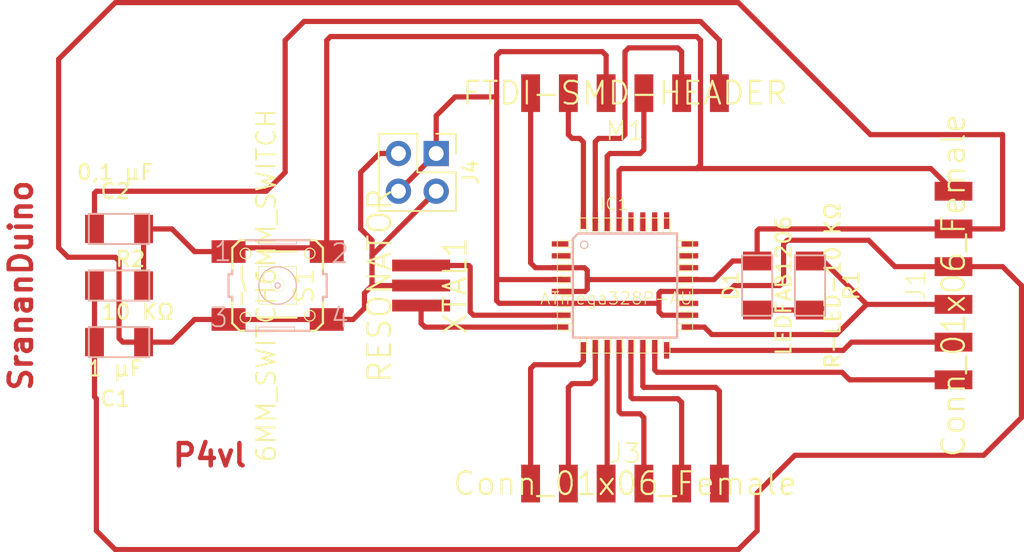
<source format=kicad_pcb>
(kicad_pcb (version 20171130) (host pcbnew "(5.0.2)-1")

  (general
    (thickness 1.6)
    (drawings 2)
    (tracks 191)
    (zones 0)
    (modules 12)
    (nets 30)
  )

  (page A4)
  (layers
    (0 F.Cu signal)
    (31 B.Cu signal)
    (32 B.Adhes user)
    (33 F.Adhes user)
    (34 B.Paste user)
    (35 F.Paste user)
    (36 B.SilkS user)
    (37 F.SilkS user)
    (38 B.Mask user)
    (39 F.Mask user)
    (40 Dwgs.User user)
    (41 Cmts.User user)
    (42 Eco1.User user)
    (43 Eco2.User user)
    (44 Edge.Cuts user)
    (45 Margin user)
    (46 B.CrtYd user)
    (47 F.CrtYd user)
    (48 B.Fab user)
    (49 F.Fab user)
  )

  (setup
    (last_trace_width 0.35)
    (trace_clearance 0.25)
    (zone_clearance 0.508)
    (zone_45_only no)
    (trace_min 0.2)
    (segment_width 0.2)
    (edge_width 0.05)
    (via_size 0.8)
    (via_drill 0.4)
    (via_min_size 0.4)
    (via_min_drill 0.3)
    (uvia_size 0.3)
    (uvia_drill 0.1)
    (uvias_allowed no)
    (uvia_min_size 0.2)
    (uvia_min_drill 0.1)
    (pcb_text_width 0.3)
    (pcb_text_size 1.5 1.5)
    (mod_edge_width 0.12)
    (mod_text_size 1 1)
    (mod_text_width 0.15)
    (pad_size 1.524 1.524)
    (pad_drill 0.762)
    (pad_to_mask_clearance 0.051)
    (solder_mask_min_width 0.25)
    (aux_axis_origin 114.3 133.35)
    (visible_elements 7FFFFFFF)
    (pcbplotparams
      (layerselection 0x00000_7fffffff)
      (usegerberextensions false)
      (usegerberattributes false)
      (usegerberadvancedattributes false)
      (creategerberjobfile false)
      (excludeedgelayer true)
      (linewidth 0.100000)
      (plotframeref false)
      (viasonmask false)
      (mode 1)
      (useauxorigin true)
      (hpglpennumber 1)
      (hpglpenspeed 20)
      (hpglpendiameter 15.000000)
      (psnegative false)
      (psa4output false)
      (plotreference true)
      (plotvalue true)
      (plotinvisibletext false)
      (padsonsilk false)
      (subtractmaskfromsilk false)
      (outputformat 1)
      (mirror false)
      (drillshape 0)
      (scaleselection 1)
      (outputdirectory "../Sranduino_p4lv/"))
  )

  (net 0 "")
  (net 1 "Net-(C1-Pad2)")
  (net 2 "Net-(C1-Pad1)")
  (net 3 "Net-(C2-Pad2)")
  (net 4 "Net-(C2-Pad1)")
  (net 5 "Net-(D1-Pad1)")
  (net 6 "Net-(IC1-Pad32)")
  (net 7 "Net-(IC1-Pad31)")
  (net 8 "Net-(IC1-Pad30)")
  (net 9 "Net-(IC1-Pad28)")
  (net 10 "Net-(IC1-Pad27)")
  (net 11 "Net-(IC1-Pad26)")
  (net 12 "Net-(IC1-Pad25)")
  (net 13 "Net-(IC1-Pad24)")
  (net 14 "Net-(IC1-Pad23)")
  (net 15 "Net-(IC1-Pad22)")
  (net 16 "Net-(IC1-Pad19)")
  (net 17 "Net-(IC1-Pad17)")
  (net 18 "Net-(IC1-Pad16)")
  (net 19 "Net-(IC1-Pad15)")
  (net 20 "Net-(IC1-Pad14)")
  (net 21 "Net-(IC1-Pad13)")
  (net 22 "Net-(IC1-Pad12)")
  (net 23 "Net-(IC1-Pad11)")
  (net 24 "Net-(IC1-Pad10)")
  (net 25 "Net-(IC1-Pad9)")
  (net 26 "Net-(IC1-Pad8)")
  (net 27 "Net-(IC1-Pad7)")
  (net 28 "Net-(IC1-Pad2)")
  (net 29 "Net-(IC1-Pad1)")

  (net_class Default "This is the default net class."
    (clearance 0.25)
    (trace_width 0.35)
    (via_dia 0.8)
    (via_drill 0.4)
    (uvia_dia 0.3)
    (uvia_drill 0.1)
    (add_net "Net-(C1-Pad1)")
    (add_net "Net-(C1-Pad2)")
    (add_net "Net-(C2-Pad1)")
    (add_net "Net-(C2-Pad2)")
    (add_net "Net-(D1-Pad1)")
    (add_net "Net-(IC1-Pad1)")
    (add_net "Net-(IC1-Pad10)")
    (add_net "Net-(IC1-Pad11)")
    (add_net "Net-(IC1-Pad12)")
    (add_net "Net-(IC1-Pad13)")
    (add_net "Net-(IC1-Pad14)")
    (add_net "Net-(IC1-Pad15)")
    (add_net "Net-(IC1-Pad16)")
    (add_net "Net-(IC1-Pad17)")
    (add_net "Net-(IC1-Pad19)")
    (add_net "Net-(IC1-Pad2)")
    (add_net "Net-(IC1-Pad22)")
    (add_net "Net-(IC1-Pad23)")
    (add_net "Net-(IC1-Pad24)")
    (add_net "Net-(IC1-Pad25)")
    (add_net "Net-(IC1-Pad26)")
    (add_net "Net-(IC1-Pad27)")
    (add_net "Net-(IC1-Pad28)")
    (add_net "Net-(IC1-Pad30)")
    (add_net "Net-(IC1-Pad31)")
    (add_net "Net-(IC1-Pad32)")
    (add_net "Net-(IC1-Pad7)")
    (add_net "Net-(IC1-Pad8)")
    (add_net "Net-(IC1-Pad9)")
  )

  (module Connector_PinHeader_2.54mm:PinHeader_2x02_P2.54mm_Vertical (layer F.Cu) (tedit 59FED5CC) (tstamp 5CE79572)
    (at 146.05 102.87 270)
    (descr "Through hole straight pin header, 2x02, 2.54mm pitch, double rows")
    (tags "Through hole pin header THT 2x02 2.54mm double row")
    (path /5CDB2C1C)
    (fp_text reference J4 (at 1.27 -2.33 270) (layer F.SilkS)
      (effects (font (size 1 1) (thickness 0.15)))
    )
    (fp_text value Connector_Conn_01x02_Male (at 1.27 4.87 270) (layer F.Fab)
      (effects (font (size 1 1) (thickness 0.15)))
    )
    (fp_line (start 0 -1.27) (end 3.81 -1.27) (layer F.Fab) (width 0.1))
    (fp_line (start 3.81 -1.27) (end 3.81 3.81) (layer F.Fab) (width 0.1))
    (fp_line (start 3.81 3.81) (end -1.27 3.81) (layer F.Fab) (width 0.1))
    (fp_line (start -1.27 3.81) (end -1.27 0) (layer F.Fab) (width 0.1))
    (fp_line (start -1.27 0) (end 0 -1.27) (layer F.Fab) (width 0.1))
    (fp_line (start -1.33 3.87) (end 3.87 3.87) (layer F.SilkS) (width 0.12))
    (fp_line (start -1.33 1.27) (end -1.33 3.87) (layer F.SilkS) (width 0.12))
    (fp_line (start 3.87 -1.33) (end 3.87 3.87) (layer F.SilkS) (width 0.12))
    (fp_line (start -1.33 1.27) (end 1.27 1.27) (layer F.SilkS) (width 0.12))
    (fp_line (start 1.27 1.27) (end 1.27 -1.33) (layer F.SilkS) (width 0.12))
    (fp_line (start 1.27 -1.33) (end 3.87 -1.33) (layer F.SilkS) (width 0.12))
    (fp_line (start -1.33 0) (end -1.33 -1.33) (layer F.SilkS) (width 0.12))
    (fp_line (start -1.33 -1.33) (end 0 -1.33) (layer F.SilkS) (width 0.12))
    (fp_line (start -1.8 -1.8) (end -1.8 4.35) (layer F.CrtYd) (width 0.05))
    (fp_line (start -1.8 4.35) (end 4.35 4.35) (layer F.CrtYd) (width 0.05))
    (fp_line (start 4.35 4.35) (end 4.35 -1.8) (layer F.CrtYd) (width 0.05))
    (fp_line (start 4.35 -1.8) (end -1.8 -1.8) (layer F.CrtYd) (width 0.05))
    (fp_text user %R (at 1.27 1.27 180) (layer F.Fab)
      (effects (font (size 1 1) (thickness 0.15)))
    )
    (pad 1 thru_hole rect (at 0 0 270) (size 1.7 1.7) (drill 1) (layers *.Cu *.Mask)
      (net 2 "Net-(C1-Pad1)"))
    (pad 2 thru_hole oval (at 2.54 0 270) (size 1.7 1.7) (drill 1) (layers *.Cu *.Mask)
      (net 1 "Net-(C1-Pad2)"))
    (pad 3 thru_hole oval (at 0 2.54 270) (size 1.7 1.7) (drill 1) (layers *.Cu *.Mask)
      (net 1 "Net-(C1-Pad2)"))
    (pad 4 thru_hole oval (at 2.54 2.54 270) (size 1.7 1.7) (drill 1) (layers *.Cu *.Mask)
      (net 2 "Net-(C1-Pad1)"))
    (model ${KISYS3DMOD}/Connector_PinHeader_2.54mm.3dshapes/PinHeader_2x02_P2.54mm_Vertical.wrl
      (at (xyz 0 0 0))
      (scale (xyz 1 1 1))
      (rotate (xyz 0 0 0))
    )
  )

  (module fab:fab-1X06SMD (layer F.Cu) (tedit 200000) (tstamp 5CD4ECC8)
    (at 180.848 111.76)
    (path /5CEF090C)
    (attr smd)
    (fp_text reference J1 (at -2.54 0 90) (layer F.SilkS)
      (effects (font (size 1.27 1.27) (thickness 0.1016)))
    )
    (fp_text value Conn_01x06_Female (at 0 0 90) (layer F.SilkS)
      (effects (font (size 1.524 1.524) (thickness 0.15)))
    )
    (pad 6 smd rect (at 0 6.35) (size 2.54 1.27) (layers F.Cu F.Paste F.Mask)
      (net 19 "Net-(IC1-Pad15)"))
    (pad 5 smd rect (at 0 3.81) (size 2.54 1.27) (layers F.Cu F.Paste F.Mask)
      (net 18 "Net-(IC1-Pad16)"))
    (pad 4 smd rect (at 0 1.27) (size 2.54 1.27) (layers F.Cu F.Paste F.Mask)
      (net 17 "Net-(IC1-Pad17)"))
    (pad 3 smd rect (at 0 -1.27) (size 2.54 1.27) (layers F.Cu F.Paste F.Mask)
      (net 2 "Net-(C1-Pad1)"))
    (pad 2 smd rect (at 0 -3.81) (size 2.54 1.27) (layers F.Cu F.Paste F.Mask)
      (net 1 "Net-(C1-Pad2)"))
    (pad 1 smd rect (at 0 -6.35) (size 2.54 1.27) (layers F.Cu F.Paste F.Mask)
      (net 4 "Net-(C2-Pad1)"))
    (model ${KISYS3DMOD}/Connector_PinHeader_2.54mm.3dshapes/PinHeader_1x06_P2.54mm_Vertical.wrl
      (offset (xyz 0 6.25 2.5))
      (scale (xyz 1 1 1))
      (rotate (xyz 0 0 0))
    )
  )

  (module fab:fab-6MM_SWITCH (layer F.Cu) (tedit 200000) (tstamp 5CD4A936)
    (at 135.382 111.76)
    (descr "OMRON SWITCH")
    (tags "OMRON SWITCH")
    (path /5CD492BB)
    (attr smd)
    (fp_text reference S1 (at 1.778 0 90) (layer F.SilkS)
      (effects (font (size 1.27 1.27) (thickness 0.127)))
    )
    (fp_text value 6MM_SWITCH6MM_SWITCH (at -0.762 0 90) (layer F.SilkS)
      (effects (font (size 1.27 1.27) (thickness 0.127)))
    )
    (fp_text user 4 (at 4.191 2.159) (layer B.SilkS)
      (effects (font (size 1.27 1.27) (thickness 0.127)))
    )
    (fp_text user 3 (at -3.937 2.159) (layer B.SilkS)
      (effects (font (size 1.27 1.27) (thickness 0.127)))
    )
    (fp_text user 2 (at 4.191 -2.159) (layer B.SilkS)
      (effects (font (size 1.27 1.27) (thickness 0.127)))
    )
    (fp_text user 1 (at -3.683 -2.286) (layer B.SilkS)
      (effects (font (size 1.27 1.27) (thickness 0.127)))
    )
    (fp_circle (center 0 0) (end -0.127 0.127) (layer B.SilkS) (width 0.0762))
    (fp_circle (center 0 0) (end -0.3175 0.3175) (layer F.SilkS) (width 0.0254))
    (fp_circle (center -2.159 -2.159) (end -2.413 -2.413) (layer F.SilkS) (width 0.0762))
    (fp_circle (center 2.159 -2.159) (end 2.413 -2.413) (layer F.SilkS) (width 0.0762))
    (fp_circle (center 2.159 2.032) (end 2.413 2.286) (layer F.SilkS) (width 0.0762))
    (fp_circle (center -2.159 2.159) (end -2.413 2.413) (layer F.SilkS) (width 0.0762))
    (fp_circle (center 0 0) (end -0.889 0.889) (layer B.SilkS) (width 0.0762))
    (fp_line (start -2.413 -0.508) (end -2.159 0.381) (layer F.SilkS) (width 0.1524))
    (fp_line (start -2.413 0.508) (end -2.413 1.27) (layer F.SilkS) (width 0.1524))
    (fp_line (start -2.413 -1.27) (end -2.413 -0.508) (layer F.SilkS) (width 0.1524))
    (fp_line (start 1.27 -2.286) (end -1.27 -2.286) (layer F.SilkS) (width 0.1524))
    (fp_line (start -1.27 2.159) (end 1.27 2.159) (layer F.SilkS) (width 0.1524))
    (fp_line (start -3.048 -0.762) (end -3.048 -1.016) (layer B.SilkS) (width 0.1524))
    (fp_line (start -3.048 0.762) (end -3.048 1.016) (layer B.SilkS) (width 0.1524))
    (fp_line (start 3.048 -0.762) (end 3.048 -1.016) (layer B.SilkS) (width 0.1524))
    (fp_line (start 3.048 0.762) (end 3.048 1.016) (layer B.SilkS) (width 0.1524))
    (fp_line (start 1.143 3.048) (end 2.159 3.048) (layer B.SilkS) (width 0.1524))
    (fp_line (start -1.27 3.048) (end 1.143 3.048) (layer B.SilkS) (width 0.1524))
    (fp_line (start -1.27 -3.048) (end -2.159 -3.048) (layer B.SilkS) (width 0.1524))
    (fp_line (start 1.27 -3.048) (end -1.27 -3.048) (layer B.SilkS) (width 0.1524))
    (fp_line (start 2.159 -3.048) (end 1.27 -3.048) (layer B.SilkS) (width 0.1524))
    (fp_line (start 2.54 -3.048) (end 2.159 -3.048) (layer F.SilkS) (width 0.1524))
    (fp_line (start -2.54 -3.048) (end -2.159 -3.048) (layer F.SilkS) (width 0.1524))
    (fp_line (start -2.159 3.048) (end -1.27 3.048) (layer B.SilkS) (width 0.1524))
    (fp_line (start -2.54 3.048) (end -2.159 3.048) (layer F.SilkS) (width 0.1524))
    (fp_line (start 2.54 3.048) (end 2.159 3.048) (layer F.SilkS) (width 0.1524))
    (fp_line (start -1.27 2.794) (end -1.27 3.048) (layer B.SilkS) (width 0.0508))
    (fp_line (start 1.143 2.794) (end 1.143 3.048) (layer B.SilkS) (width 0.0508))
    (fp_line (start 1.143 2.794) (end -1.27 2.794) (layer B.SilkS) (width 0.0508))
    (fp_line (start 1.27 -2.794) (end 1.27 -3.048) (layer B.SilkS) (width 0.0508))
    (fp_line (start 1.27 -2.794) (end -1.27 -2.794) (layer B.SilkS) (width 0.0508))
    (fp_line (start -1.27 -3.048) (end -1.27 -2.794) (layer B.SilkS) (width 0.0508))
    (fp_line (start -1.27 -1.27) (end 1.27 -1.27) (layer F.SilkS) (width 0.0508))
    (fp_line (start 1.27 1.27) (end 1.27 -1.27) (layer F.SilkS) (width 0.0508))
    (fp_line (start 1.27 1.27) (end -1.27 1.27) (layer F.SilkS) (width 0.0508))
    (fp_line (start -1.27 -1.27) (end -1.27 1.27) (layer F.SilkS) (width 0.0508))
    (fp_line (start -3.048 2.54) (end -3.048 1.016) (layer F.SilkS) (width 0.1524))
    (fp_line (start -2.54 3.048) (end -3.048 2.54) (layer F.SilkS) (width 0.1524))
    (fp_line (start -3.048 -2.54) (end -3.048 -1.016) (layer F.SilkS) (width 0.1524))
    (fp_line (start -2.54 -3.048) (end -3.048 -2.54) (layer F.SilkS) (width 0.1524))
    (fp_line (start 3.048 2.54) (end 3.048 1.016) (layer F.SilkS) (width 0.1524))
    (fp_line (start 2.54 3.048) (end 3.048 2.54) (layer F.SilkS) (width 0.1524))
    (fp_line (start 3.048 -2.54) (end 2.54 -3.048) (layer F.SilkS) (width 0.1524))
    (fp_line (start -3.048 0.762) (end -3.302 0.762) (layer B.SilkS) (width 0.1524))
    (fp_line (start -3.302 -0.762) (end -3.302 0.762) (layer B.SilkS) (width 0.1524))
    (fp_line (start -3.302 -0.762) (end -3.048 -0.762) (layer B.SilkS) (width 0.1524))
    (fp_line (start 3.048 -1.016) (end 3.048 -2.54) (layer F.SilkS) (width 0.1524))
    (fp_line (start 3.048 -0.762) (end 3.302 -0.762) (layer B.SilkS) (width 0.1524))
    (fp_line (start 3.302 0.762) (end 3.302 -0.762) (layer B.SilkS) (width 0.1524))
    (fp_line (start 3.302 0.762) (end 3.048 0.762) (layer B.SilkS) (width 0.1524))
    (pad 4 smd rect (at 3.302 2.286) (size 2.286 1.524) (layers F.Cu F.Paste F.Mask)
      (net 1 "Net-(C1-Pad2)"))
    (pad 3 smd rect (at -3.302 2.286) (size 2.286 1.524) (layers F.Cu F.Paste F.Mask)
      (net 1 "Net-(C1-Pad2)"))
    (pad 2 smd rect (at 3.302 -2.286) (size 2.286 1.524) (layers F.Cu F.Paste F.Mask)
      (net 4 "Net-(C2-Pad1)"))
    (pad 1 smd rect (at -3.302 -2.286) (size 2.286 1.524) (layers F.Cu F.Paste F.Mask)
      (net 4 "Net-(C2-Pad1)"))
    (model ${KISYS3DMOD}/Button_Switch_SMD.3dshapes/SW_SPST_PTS645.step
      (at (xyz 0 0 0))
      (scale (xyz 1 1 1))
      (rotate (xyz 0 0 0))
    )
  )

  (module fab:fab-1X06SMD (layer F.Cu) (tedit 200000) (tstamp 5CD501AC)
    (at 158.75 125.095 90)
    (path /5CEAF445)
    (attr smd)
    (fp_text reference J3 (at 2.032 0) (layer F.SilkS)
      (effects (font (size 1.27 1.27) (thickness 0.1016)))
    )
    (fp_text value Conn_01x06_Female (at 0 0 180) (layer F.SilkS)
      (effects (font (size 1.524 1.524) (thickness 0.15)))
    )
    (pad 6 smd rect (at 0 6.35 90) (size 2.54 1.27) (layers F.Cu F.Paste F.Mask)
      (net 20 "Net-(IC1-Pad14)"))
    (pad 5 smd rect (at 0 3.81 90) (size 2.54 1.27) (layers F.Cu F.Paste F.Mask)
      (net 21 "Net-(IC1-Pad13)"))
    (pad 4 smd rect (at 0 1.27 90) (size 2.54 1.27) (layers F.Cu F.Paste F.Mask)
      (net 22 "Net-(IC1-Pad12)"))
    (pad 3 smd rect (at 0 -1.27 90) (size 2.54 1.27) (layers F.Cu F.Paste F.Mask)
      (net 23 "Net-(IC1-Pad11)"))
    (pad 2 smd rect (at 0 -3.81 90) (size 2.54 1.27) (layers F.Cu F.Paste F.Mask)
      (net 24 "Net-(IC1-Pad10)"))
    (pad 1 smd rect (at 0 -6.35 90) (size 2.54 1.27) (layers F.Cu F.Paste F.Mask)
      (net 25 "Net-(IC1-Pad9)"))
    (model ${KISYS3DMOD}/Connector_PinHeader_2.54mm.3dshapes/PinHeader_1x06_P2.54mm_Vertical.wrl
      (offset (xyz 0 6.25 2.5))
      (scale (xyz 1 1 1))
      (rotate (xyz 0 0 0))
    )
  )

  (module fab:fab-EFOBM (layer F.Cu) (tedit 200000) (tstamp 5CD4CF6D)
    (at 145.034 111.76 90)
    (path /5CD46ED9)
    (attr smd)
    (fp_text reference XTAL1 (at 0 2.286 90) (layer F.SilkS)
      (effects (font (size 1.524 1.524) (thickness 0.15)))
    )
    (fp_text value RESONATOR (at 0 -2.794 90) (layer F.SilkS)
      (effects (font (size 1.524 1.524) (thickness 0.15)))
    )
    (pad 3 smd rect (at 1.34874 0) (size 3.8989 0.79756) (layers F.Cu F.Paste F.Mask)
      (net 27 "Net-(IC1-Pad7)"))
    (pad 2 smd rect (at 0 0) (size 3.8989 0.79756) (layers F.Cu F.Paste F.Mask)
      (net 1 "Net-(C1-Pad2)"))
    (pad 1 smd rect (at -1.34874 0 180) (size 3.8989 0.79756) (layers F.Cu F.Paste F.Mask)
      (net 26 "Net-(IC1-Pad8)"))
    (model ${KISYS3DMOD}/Crystal.3dshapes/resonator_awscr.wrl
      (at (xyz 0 0 0))
      (scale (xyz 1.3 1.3 1.3))
      (rotate (xyz 0 0 0))
    )
  )

  (module fab:fab-R1206FAB (layer F.Cu) (tedit 200000) (tstamp 5CD4CCFF)
    (at 124.714 111.76)
    (path /5CD50EB3)
    (attr smd)
    (fp_text reference R2 (at 0.762 -1.778) (layer F.SilkS)
      (effects (font (size 1.016 1.016) (thickness 0.1524)))
    )
    (fp_text value "10 KΩ" (at 1.27 1.778) (layer F.SilkS)
      (effects (font (size 1.016 1.016) (thickness 0.1524)))
    )
    (fp_line (start -2.032 1.016) (end -2.032 -1.016) (layer B.SilkS) (width 0.127))
    (fp_line (start 2.032 1.016) (end -2.032 1.016) (layer B.SilkS) (width 0.127))
    (fp_line (start 2.032 -1.016) (end 2.032 1.016) (layer B.SilkS) (width 0.127))
    (fp_line (start -2.032 -1.016) (end 2.032 -1.016) (layer B.SilkS) (width 0.127))
    (pad 2 smd rect (at 1.651 0) (size 1.27 1.905) (layers F.Cu F.Paste F.Mask)
      (net 4 "Net-(C2-Pad1)"))
    (pad 1 smd rect (at -1.651 0) (size 1.27 1.905) (layers F.Cu F.Paste F.Mask)
      (net 2 "Net-(C1-Pad1)"))
    (model ${KISYS3DMOD}/Resistor_SMD.3dshapes/R_1206_3216Metric.step
      (at (xyz 0 0 0))
      (scale (xyz 1 1 1))
      (rotate (xyz 0 0 0))
    )
  )

  (module fab:fab-R1206FAB (layer F.Cu) (tedit 200000) (tstamp 5CD4A8EE)
    (at 171.196 111.76 270)
    (path /5CD483B5)
    (attr smd)
    (fp_text reference R1 (at 0 -2.794 90) (layer F.SilkS)
      (effects (font (size 1.016 1.016) (thickness 0.1524)))
    )
    (fp_text value "R-LED-10 KΩ" (at 0 -1.524 90) (layer F.SilkS)
      (effects (font (size 1.016 1.016) (thickness 0.1524)))
    )
    (fp_line (start -2.032 1.016) (end -2.032 -1.016) (layer B.SilkS) (width 0.127))
    (fp_line (start 2.032 1.016) (end -2.032 1.016) (layer B.SilkS) (width 0.127))
    (fp_line (start 2.032 -1.016) (end 2.032 1.016) (layer B.SilkS) (width 0.127))
    (fp_line (start -2.032 -1.016) (end 2.032 -1.016) (layer B.SilkS) (width 0.127))
    (pad 2 smd rect (at 1.651 0 270) (size 1.27 1.905) (layers F.Cu F.Paste F.Mask)
      (net 5 "Net-(D1-Pad1)"))
    (pad 1 smd rect (at -1.651 0 270) (size 1.27 1.905) (layers F.Cu F.Paste F.Mask)
      (net 17 "Net-(IC1-Pad17)"))
    (model ${KISYS3DMOD}/Resistor_SMD.3dshapes/R_1206_3216Metric.step
      (at (xyz 0 0 0))
      (scale (xyz 1 1 1))
      (rotate (xyz 0 0 0))
    )
  )

  (module fab:fab-1X06SMD (layer F.Cu) (tedit 200000) (tstamp 5CD4A8E4)
    (at 158.75 98.806 90)
    (path /5CD4C50D)
    (attr smd)
    (fp_text reference M1 (at -2.54 0) (layer F.SilkS)
      (effects (font (size 1.27 1.27) (thickness 0.1016)))
    )
    (fp_text value FTDI-SMD-HEADER (at 0 0 180) (layer F.SilkS)
      (effects (font (size 1.524 1.524) (thickness 0.15)))
    )
    (pad 6 smd rect (at 0 6.35 90) (size 2.54 1.27) (layers F.Cu F.Paste F.Mask)
      (net 3 "Net-(C2-Pad2)"))
    (pad 5 smd rect (at 0 3.81 90) (size 2.54 1.27) (layers F.Cu F.Paste F.Mask)
      (net 7 "Net-(IC1-Pad31)"))
    (pad 4 smd rect (at 0 1.27 90) (size 2.54 1.27) (layers F.Cu F.Paste F.Mask)
      (net 8 "Net-(IC1-Pad30)"))
    (pad 3 smd rect (at 0 -1.27 90) (size 2.54 1.27) (layers F.Cu F.Paste F.Mask)
      (net 2 "Net-(C1-Pad1)"))
    (pad 2 smd rect (at 0 -3.81 90) (size 2.54 1.27) (layers F.Cu F.Paste F.Mask)
      (net 6 "Net-(IC1-Pad32)"))
    (pad 1 smd rect (at 0 -6.35 90) (size 2.54 1.27) (layers F.Cu F.Paste F.Mask)
      (net 1 "Net-(C1-Pad2)"))
    (model ${KISYS3DMOD}/Connector_PinHeader_2.54mm.3dshapes/PinHeader_1x06_P2.54mm_Vertical.wrl
      (offset (xyz 0 6.25 2.5))
      (scale (xyz 1 1 1))
      (rotate (xyz 0 0 0))
    )
  )

  (module fab:fab-TQFP32-08THIN (layer F.Cu) (tedit 200000) (tstamp 5CD4A8C6)
    (at 158.75 111.76)
    (path /5CD458FD)
    (attr smd)
    (fp_text reference IC1 (at -0.7366 -5.4864) (layer F.SilkS)
      (effects (font (size 0.8128 0.8128) (thickness 0.0762)))
    )
    (fp_text value ATmega328P-AU (at -0.5842 0.8636) (layer F.SilkS)
      (effects (font (size 0.8128 0.8128) (thickness 0.0762)))
    )
    (fp_circle (center -2.7432 -2.7432) (end -2.921 -2.921) (layer B.SilkS) (width 0.0762))
    (fp_line (start -3.1496 -3.50266) (end -3.50266 -3.1496) (layer B.SilkS) (width 0.1524))
    (fp_line (start -3.1496 -3.50266) (end 3.50266 -3.50266) (layer B.SilkS) (width 0.1524))
    (fp_line (start -3.50266 3.50266) (end -3.50266 -3.1496) (layer B.SilkS) (width 0.1524))
    (fp_line (start 3.50266 3.50266) (end -3.50266 3.50266) (layer B.SilkS) (width 0.1524))
    (fp_line (start 3.50266 -3.50266) (end 3.50266 3.50266) (layer B.SilkS) (width 0.1524))
    (fp_line (start -3.02768 -3.556) (end -3.02768 -4.5466) (layer F.SilkS) (width 0.06604))
    (fp_line (start -3.02768 -4.5466) (end -2.57048 -4.5466) (layer F.SilkS) (width 0.06604))
    (fp_line (start -2.57048 -3.556) (end -2.57048 -4.5466) (layer F.SilkS) (width 0.06604))
    (fp_line (start -3.02768 -3.556) (end -2.57048 -3.556) (layer F.SilkS) (width 0.06604))
    (fp_line (start -2.22758 -3.556) (end -2.22758 -4.5466) (layer F.SilkS) (width 0.06604))
    (fp_line (start -2.22758 -4.5466) (end -1.77038 -4.5466) (layer F.SilkS) (width 0.06604))
    (fp_line (start -1.77038 -3.556) (end -1.77038 -4.5466) (layer F.SilkS) (width 0.06604))
    (fp_line (start -2.22758 -3.556) (end -1.77038 -3.556) (layer F.SilkS) (width 0.06604))
    (fp_line (start -1.42748 -3.556) (end -1.42748 -4.5466) (layer F.SilkS) (width 0.06604))
    (fp_line (start -1.42748 -4.5466) (end -0.97028 -4.5466) (layer F.SilkS) (width 0.06604))
    (fp_line (start -0.97028 -3.556) (end -0.97028 -4.5466) (layer F.SilkS) (width 0.06604))
    (fp_line (start -1.42748 -3.556) (end -0.97028 -3.556) (layer F.SilkS) (width 0.06604))
    (fp_line (start -0.62738 -3.556) (end -0.62738 -4.5466) (layer F.SilkS) (width 0.06604))
    (fp_line (start -0.62738 -4.5466) (end -0.17018 -4.5466) (layer F.SilkS) (width 0.06604))
    (fp_line (start -0.17018 -3.556) (end -0.17018 -4.5466) (layer F.SilkS) (width 0.06604))
    (fp_line (start -0.62738 -3.556) (end -0.17018 -3.556) (layer F.SilkS) (width 0.06604))
    (fp_line (start 0.17018 -3.556) (end 0.17018 -4.5466) (layer F.SilkS) (width 0.06604))
    (fp_line (start 0.17018 -4.5466) (end 0.62738 -4.5466) (layer F.SilkS) (width 0.06604))
    (fp_line (start 0.62738 -3.556) (end 0.62738 -4.5466) (layer F.SilkS) (width 0.06604))
    (fp_line (start 0.17018 -3.556) (end 0.62738 -3.556) (layer F.SilkS) (width 0.06604))
    (fp_line (start 0.97028 -3.556) (end 0.97028 -4.5466) (layer F.SilkS) (width 0.06604))
    (fp_line (start 0.97028 -4.5466) (end 1.42748 -4.5466) (layer F.SilkS) (width 0.06604))
    (fp_line (start 1.42748 -3.556) (end 1.42748 -4.5466) (layer F.SilkS) (width 0.06604))
    (fp_line (start 0.97028 -3.556) (end 1.42748 -3.556) (layer F.SilkS) (width 0.06604))
    (fp_line (start 1.77038 -3.556) (end 1.77038 -4.5466) (layer F.SilkS) (width 0.06604))
    (fp_line (start 1.77038 -4.5466) (end 2.22758 -4.5466) (layer F.SilkS) (width 0.06604))
    (fp_line (start 2.22758 -3.556) (end 2.22758 -4.5466) (layer F.SilkS) (width 0.06604))
    (fp_line (start 1.77038 -3.556) (end 2.22758 -3.556) (layer F.SilkS) (width 0.06604))
    (fp_line (start 2.57048 -3.556) (end 2.57048 -4.5466) (layer F.SilkS) (width 0.06604))
    (fp_line (start 2.57048 -4.5466) (end 3.02768 -4.5466) (layer F.SilkS) (width 0.06604))
    (fp_line (start 3.02768 -3.556) (end 3.02768 -4.5466) (layer F.SilkS) (width 0.06604))
    (fp_line (start 2.57048 -3.556) (end 3.02768 -3.556) (layer F.SilkS) (width 0.06604))
    (fp_line (start 3.556 -2.57048) (end 3.556 -3.02768) (layer F.SilkS) (width 0.06604))
    (fp_line (start 3.556 -3.02768) (end 4.5466 -3.02768) (layer F.SilkS) (width 0.06604))
    (fp_line (start 4.5466 -2.57048) (end 4.5466 -3.02768) (layer F.SilkS) (width 0.06604))
    (fp_line (start 3.556 -2.57048) (end 4.5466 -2.57048) (layer F.SilkS) (width 0.06604))
    (fp_line (start 3.556 -1.77038) (end 3.556 -2.22758) (layer F.SilkS) (width 0.06604))
    (fp_line (start 3.556 -2.22758) (end 4.5466 -2.22758) (layer F.SilkS) (width 0.06604))
    (fp_line (start 4.5466 -1.77038) (end 4.5466 -2.22758) (layer F.SilkS) (width 0.06604))
    (fp_line (start 3.556 -1.77038) (end 4.5466 -1.77038) (layer F.SilkS) (width 0.06604))
    (fp_line (start 3.556 -0.97028) (end 3.556 -1.42748) (layer F.SilkS) (width 0.06604))
    (fp_line (start 3.556 -1.42748) (end 4.5466 -1.42748) (layer F.SilkS) (width 0.06604))
    (fp_line (start 4.5466 -0.97028) (end 4.5466 -1.42748) (layer F.SilkS) (width 0.06604))
    (fp_line (start 3.556 -0.97028) (end 4.5466 -0.97028) (layer F.SilkS) (width 0.06604))
    (fp_line (start 3.556 -0.17018) (end 3.556 -0.62738) (layer F.SilkS) (width 0.06604))
    (fp_line (start 3.556 -0.62738) (end 4.5466 -0.62738) (layer F.SilkS) (width 0.06604))
    (fp_line (start 4.5466 -0.17018) (end 4.5466 -0.62738) (layer F.SilkS) (width 0.06604))
    (fp_line (start 3.556 -0.17018) (end 4.5466 -0.17018) (layer F.SilkS) (width 0.06604))
    (fp_line (start 3.556 0.62738) (end 3.556 0.17018) (layer F.SilkS) (width 0.06604))
    (fp_line (start 3.556 0.17018) (end 4.5466 0.17018) (layer F.SilkS) (width 0.06604))
    (fp_line (start 4.5466 0.62738) (end 4.5466 0.17018) (layer F.SilkS) (width 0.06604))
    (fp_line (start 3.556 0.62738) (end 4.5466 0.62738) (layer F.SilkS) (width 0.06604))
    (fp_line (start 3.556 1.42748) (end 3.556 0.97028) (layer F.SilkS) (width 0.06604))
    (fp_line (start 3.556 0.97028) (end 4.5466 0.97028) (layer F.SilkS) (width 0.06604))
    (fp_line (start 4.5466 1.42748) (end 4.5466 0.97028) (layer F.SilkS) (width 0.06604))
    (fp_line (start 3.556 1.42748) (end 4.5466 1.42748) (layer F.SilkS) (width 0.06604))
    (fp_line (start 3.556 2.22758) (end 3.556 1.77038) (layer F.SilkS) (width 0.06604))
    (fp_line (start 3.556 1.77038) (end 4.5466 1.77038) (layer F.SilkS) (width 0.06604))
    (fp_line (start 4.5466 2.22758) (end 4.5466 1.77038) (layer F.SilkS) (width 0.06604))
    (fp_line (start 3.556 2.22758) (end 4.5466 2.22758) (layer F.SilkS) (width 0.06604))
    (fp_line (start 3.556 3.02768) (end 3.556 2.57048) (layer F.SilkS) (width 0.06604))
    (fp_line (start 3.556 2.57048) (end 4.5466 2.57048) (layer F.SilkS) (width 0.06604))
    (fp_line (start 4.5466 3.02768) (end 4.5466 2.57048) (layer F.SilkS) (width 0.06604))
    (fp_line (start 3.556 3.02768) (end 4.5466 3.02768) (layer F.SilkS) (width 0.06604))
    (fp_line (start 2.57048 4.5466) (end 2.57048 3.556) (layer F.SilkS) (width 0.06604))
    (fp_line (start 2.57048 3.556) (end 3.02768 3.556) (layer F.SilkS) (width 0.06604))
    (fp_line (start 3.02768 4.5466) (end 3.02768 3.556) (layer F.SilkS) (width 0.06604))
    (fp_line (start 2.57048 4.5466) (end 3.02768 4.5466) (layer F.SilkS) (width 0.06604))
    (fp_line (start 1.77038 4.5466) (end 1.77038 3.556) (layer F.SilkS) (width 0.06604))
    (fp_line (start 1.77038 3.556) (end 2.22758 3.556) (layer F.SilkS) (width 0.06604))
    (fp_line (start 2.22758 4.5466) (end 2.22758 3.556) (layer F.SilkS) (width 0.06604))
    (fp_line (start 1.77038 4.5466) (end 2.22758 4.5466) (layer F.SilkS) (width 0.06604))
    (fp_line (start 0.97028 4.5466) (end 0.97028 3.556) (layer F.SilkS) (width 0.06604))
    (fp_line (start 0.97028 3.556) (end 1.42748 3.556) (layer F.SilkS) (width 0.06604))
    (fp_line (start 1.42748 4.5466) (end 1.42748 3.556) (layer F.SilkS) (width 0.06604))
    (fp_line (start 0.97028 4.5466) (end 1.42748 4.5466) (layer F.SilkS) (width 0.06604))
    (fp_line (start 0.17018 4.5466) (end 0.17018 3.556) (layer F.SilkS) (width 0.06604))
    (fp_line (start 0.17018 3.556) (end 0.62738 3.556) (layer F.SilkS) (width 0.06604))
    (fp_line (start 0.62738 4.5466) (end 0.62738 3.556) (layer F.SilkS) (width 0.06604))
    (fp_line (start 0.17018 4.5466) (end 0.62738 4.5466) (layer F.SilkS) (width 0.06604))
    (fp_line (start -0.62738 4.5466) (end -0.62738 3.556) (layer F.SilkS) (width 0.06604))
    (fp_line (start -0.62738 3.556) (end -0.17018 3.556) (layer F.SilkS) (width 0.06604))
    (fp_line (start -0.17018 4.5466) (end -0.17018 3.556) (layer F.SilkS) (width 0.06604))
    (fp_line (start -0.62738 4.5466) (end -0.17018 4.5466) (layer F.SilkS) (width 0.06604))
    (fp_line (start -1.42748 4.5466) (end -1.42748 3.556) (layer F.SilkS) (width 0.06604))
    (fp_line (start -1.42748 3.556) (end -0.97028 3.556) (layer F.SilkS) (width 0.06604))
    (fp_line (start -0.97028 4.5466) (end -0.97028 3.556) (layer F.SilkS) (width 0.06604))
    (fp_line (start -1.42748 4.5466) (end -0.97028 4.5466) (layer F.SilkS) (width 0.06604))
    (fp_line (start -2.22758 4.5466) (end -2.22758 3.556) (layer F.SilkS) (width 0.06604))
    (fp_line (start -2.22758 3.556) (end -1.77038 3.556) (layer F.SilkS) (width 0.06604))
    (fp_line (start -1.77038 4.5466) (end -1.77038 3.556) (layer F.SilkS) (width 0.06604))
    (fp_line (start -2.22758 4.5466) (end -1.77038 4.5466) (layer F.SilkS) (width 0.06604))
    (fp_line (start -3.02768 4.5466) (end -3.02768 3.556) (layer F.SilkS) (width 0.06604))
    (fp_line (start -3.02768 3.556) (end -2.57048 3.556) (layer F.SilkS) (width 0.06604))
    (fp_line (start -2.57048 4.5466) (end -2.57048 3.556) (layer F.SilkS) (width 0.06604))
    (fp_line (start -3.02768 4.5466) (end -2.57048 4.5466) (layer F.SilkS) (width 0.06604))
    (fp_line (start -4.5466 3.02768) (end -4.5466 2.57048) (layer F.SilkS) (width 0.06604))
    (fp_line (start -4.5466 2.57048) (end -3.556 2.57048) (layer F.SilkS) (width 0.06604))
    (fp_line (start -3.556 3.02768) (end -3.556 2.57048) (layer F.SilkS) (width 0.06604))
    (fp_line (start -4.5466 3.02768) (end -3.556 3.02768) (layer F.SilkS) (width 0.06604))
    (fp_line (start -4.5466 2.22758) (end -4.5466 1.77038) (layer F.SilkS) (width 0.06604))
    (fp_line (start -4.5466 1.77038) (end -3.556 1.77038) (layer F.SilkS) (width 0.06604))
    (fp_line (start -3.556 2.22758) (end -3.556 1.77038) (layer F.SilkS) (width 0.06604))
    (fp_line (start -4.5466 2.22758) (end -3.556 2.22758) (layer F.SilkS) (width 0.06604))
    (fp_line (start -4.5466 1.42748) (end -4.5466 0.97028) (layer F.SilkS) (width 0.06604))
    (fp_line (start -4.5466 0.97028) (end -3.556 0.97028) (layer F.SilkS) (width 0.06604))
    (fp_line (start -3.556 1.42748) (end -3.556 0.97028) (layer F.SilkS) (width 0.06604))
    (fp_line (start -4.5466 1.42748) (end -3.556 1.42748) (layer F.SilkS) (width 0.06604))
    (fp_line (start -4.5466 0.62738) (end -4.5466 0.17018) (layer F.SilkS) (width 0.06604))
    (fp_line (start -4.5466 0.17018) (end -3.556 0.17018) (layer F.SilkS) (width 0.06604))
    (fp_line (start -3.556 0.62738) (end -3.556 0.17018) (layer F.SilkS) (width 0.06604))
    (fp_line (start -4.5466 0.62738) (end -3.556 0.62738) (layer F.SilkS) (width 0.06604))
    (fp_line (start -4.5466 -0.17018) (end -4.5466 -0.62738) (layer F.SilkS) (width 0.06604))
    (fp_line (start -4.5466 -0.62738) (end -3.556 -0.62738) (layer F.SilkS) (width 0.06604))
    (fp_line (start -3.556 -0.17018) (end -3.556 -0.62738) (layer F.SilkS) (width 0.06604))
    (fp_line (start -4.5466 -0.17018) (end -3.556 -0.17018) (layer F.SilkS) (width 0.06604))
    (fp_line (start -4.5466 -0.97028) (end -4.5466 -1.42748) (layer F.SilkS) (width 0.06604))
    (fp_line (start -4.5466 -1.42748) (end -3.556 -1.42748) (layer F.SilkS) (width 0.06604))
    (fp_line (start -3.556 -0.97028) (end -3.556 -1.42748) (layer F.SilkS) (width 0.06604))
    (fp_line (start -4.5466 -0.97028) (end -3.556 -0.97028) (layer F.SilkS) (width 0.06604))
    (fp_line (start -4.5466 -1.77038) (end -4.5466 -2.22758) (layer F.SilkS) (width 0.06604))
    (fp_line (start -4.5466 -2.22758) (end -3.556 -2.22758) (layer F.SilkS) (width 0.06604))
    (fp_line (start -3.556 -1.77038) (end -3.556 -2.22758) (layer F.SilkS) (width 0.06604))
    (fp_line (start -4.5466 -1.77038) (end -3.556 -1.77038) (layer F.SilkS) (width 0.06604))
    (fp_line (start -4.5466 -2.57048) (end -4.5466 -3.02768) (layer F.SilkS) (width 0.06604))
    (fp_line (start -4.5466 -3.02768) (end -3.556 -3.02768) (layer F.SilkS) (width 0.06604))
    (fp_line (start -3.556 -2.57048) (end -3.556 -3.02768) (layer F.SilkS) (width 0.06604))
    (fp_line (start -4.5466 -2.57048) (end -3.556 -2.57048) (layer F.SilkS) (width 0.06604))
    (pad 32 smd rect (at -2.79908 -4.36626) (size 0.3556 1.1176) (layers F.Cu F.Paste F.Mask)
      (net 6 "Net-(IC1-Pad32)"))
    (pad 31 smd rect (at -1.99898 -4.2926) (size 0.3556 1.27) (layers F.Cu F.Paste F.Mask)
      (net 7 "Net-(IC1-Pad31)"))
    (pad 30 smd rect (at -1.19888 -4.2926) (size 0.34798 1.27) (layers F.Cu F.Paste F.Mask)
      (net 8 "Net-(IC1-Pad30)"))
    (pad 29 smd rect (at -0.39878 -4.2926) (size 0.34798 1.27) (layers F.Cu F.Paste F.Mask)
      (net 4 "Net-(C2-Pad1)"))
    (pad 28 smd rect (at 0.39878 -4.2926) (size 0.34798 1.27) (layers F.Cu F.Paste F.Mask)
      (net 9 "Net-(IC1-Pad28)"))
    (pad 27 smd rect (at 1.19888 -4.2926) (size 0.3556 1.27) (layers F.Cu F.Paste F.Mask)
      (net 10 "Net-(IC1-Pad27)"))
    (pad 26 smd rect (at 1.99898 -4.2926) (size 0.3556 1.27) (layers F.Cu F.Paste F.Mask)
      (net 11 "Net-(IC1-Pad26)"))
    (pad 25 smd rect (at 2.79908 -4.36626) (size 0.3556 1.1176) (layers F.Cu F.Paste F.Mask)
      (net 12 "Net-(IC1-Pad25)"))
    (pad 24 smd rect (at 4.36626 -2.79908) (size 1.1176 0.3556) (layers F.Cu F.Paste F.Mask)
      (net 13 "Net-(IC1-Pad24)"))
    (pad 23 smd rect (at 4.2926 -1.99898) (size 1.27 0.3556) (layers F.Cu F.Paste F.Mask)
      (net 14 "Net-(IC1-Pad23)"))
    (pad 22 smd rect (at 4.2926 -1.19888) (size 1.27 0.3556) (layers F.Cu F.Paste F.Mask)
      (net 15 "Net-(IC1-Pad22)"))
    (pad 21 smd rect (at 4.2926 -0.39878) (size 1.27 0.3556) (layers F.Cu F.Paste F.Mask)
      (net 1 "Net-(C1-Pad2)"))
    (pad 20 smd rect (at 4.2926 0.39878) (size 1.27 0.3556) (layers F.Cu F.Paste F.Mask)
      (net 2 "Net-(C1-Pad1)"))
    (pad 19 smd rect (at 4.2926 1.19888) (size 1.27 0.3556) (layers F.Cu F.Paste F.Mask)
      (net 16 "Net-(IC1-Pad19)"))
    (pad 18 smd rect (at 4.2926 1.99898) (size 1.27 0.3556) (layers F.Cu F.Paste F.Mask)
      (net 2 "Net-(C1-Pad1)"))
    (pad 17 smd rect (at 4.36626 2.79908) (size 1.1176 0.3556) (layers F.Cu F.Paste F.Mask)
      (net 17 "Net-(IC1-Pad17)"))
    (pad 16 smd rect (at 2.79908 4.36626) (size 0.3556 1.1176) (layers F.Cu F.Paste F.Mask)
      (net 18 "Net-(IC1-Pad16)"))
    (pad 15 smd rect (at 1.99898 4.2926) (size 0.3556 1.27) (layers F.Cu F.Paste F.Mask)
      (net 19 "Net-(IC1-Pad15)"))
    (pad 14 smd rect (at 1.19888 4.2926) (size 0.3556 1.27) (layers F.Cu F.Paste F.Mask)
      (net 20 "Net-(IC1-Pad14)"))
    (pad 13 smd rect (at 0.39878 4.2926) (size 0.34798 1.27) (layers F.Cu F.Paste F.Mask)
      (net 21 "Net-(IC1-Pad13)"))
    (pad 12 smd rect (at -0.39878 4.2926) (size 0.34798 1.27) (layers F.Cu F.Paste F.Mask)
      (net 22 "Net-(IC1-Pad12)"))
    (pad 11 smd rect (at -1.19888 4.2926) (size 0.34798 1.27) (layers F.Cu F.Paste F.Mask)
      (net 23 "Net-(IC1-Pad11)"))
    (pad 10 smd rect (at -1.99898 4.2926) (size 0.3556 1.27) (layers F.Cu F.Paste F.Mask)
      (net 24 "Net-(IC1-Pad10)"))
    (pad 9 smd rect (at -2.79908 4.36626) (size 0.3556 1.1176) (layers F.Cu F.Paste F.Mask)
      (net 25 "Net-(IC1-Pad9)"))
    (pad 8 smd rect (at -4.36626 2.79908) (size 1.1176 0.3556) (layers F.Cu F.Paste F.Mask)
      (net 26 "Net-(IC1-Pad8)"))
    (pad 7 smd rect (at -4.2926 1.99898) (size 1.27 0.3556) (layers F.Cu F.Paste F.Mask)
      (net 27 "Net-(IC1-Pad7)"))
    (pad 6 smd rect (at -4.2926 1.19888) (size 1.27 0.3556) (layers F.Cu F.Paste F.Mask)
      (net 2 "Net-(C1-Pad1)"))
    (pad 5 smd rect (at -4.2926 0.39878) (size 1.27 0.3556) (layers F.Cu F.Paste F.Mask)
      (net 1 "Net-(C1-Pad2)"))
    (pad 4 smd rect (at -4.2926 -0.39878) (size 1.27 0.3556) (layers F.Cu F.Paste F.Mask)
      (net 2 "Net-(C1-Pad1)"))
    (pad 3 smd rect (at -4.2926 -1.19888) (size 1.27 0.3556) (layers F.Cu F.Paste F.Mask)
      (net 1 "Net-(C1-Pad2)"))
    (pad 2 smd rect (at -4.2926 -1.99898) (size 1.27 0.3556) (layers F.Cu F.Paste F.Mask)
      (net 28 "Net-(IC1-Pad2)"))
    (pad 1 smd rect (at -4.36626 -2.79908) (size 1.1176 0.3556) (layers F.Cu F.Paste F.Mask)
      (net 29 "Net-(IC1-Pad1)"))
    (model ${KISYS3DMOD}/Package_QFP.3dshapes/TQFP-32_7x7mm_P0.8mm.step
      (at (xyz 0 0 0))
      (scale (xyz 1 1 1))
      (rotate (xyz 0 0 0))
    )
  )

  (module fab:fab-LED1206FAB (layer F.Cu) (tedit 200000) (tstamp 5CD4A81C)
    (at 167.64 111.76 90)
    (descr "LED1206 FAB STYLE (SMALLER PADS TO ALLOW TRACE BETWEEN)")
    (tags "LED1206 FAB STYLE (SMALLER PADS TO ALLOW TRACE BETWEEN)")
    (path /5CD480AB)
    (attr smd)
    (fp_text reference D1 (at 0 -1.778 90) (layer F.SilkS)
      (effects (font (size 1.016 1.016) (thickness 0.1524)))
    )
    (fp_text value LEDFAB1206 (at 0 1.778 90) (layer F.SilkS)
      (effects (font (size 1.016 1.016) (thickness 0.1524)))
    )
    (fp_line (start -2.032 1.016) (end -2.032 -1.016) (layer B.SilkS) (width 0.127))
    (fp_line (start 2.032 1.016) (end -2.032 1.016) (layer B.SilkS) (width 0.127))
    (fp_line (start 2.032 -1.016) (end 2.032 1.016) (layer B.SilkS) (width 0.127))
    (fp_line (start -2.032 -1.016) (end 2.032 -1.016) (layer B.SilkS) (width 0.127))
    (pad 2 smd rect (at 1.651 0 90) (size 1.27 1.905) (layers F.Cu F.Paste F.Mask)
      (net 1 "Net-(C1-Pad2)"))
    (pad 1 smd rect (at -1.651 0 90) (size 1.27 1.905) (layers F.Cu F.Paste F.Mask)
      (net 5 "Net-(D1-Pad1)"))
    (model ${KISYS3DMOD}/LED_SMD.3dshapes/LED_1206_3216Metric.wrl
      (at (xyz 0 0 0))
      (scale (xyz 1 1 1))
      (rotate (xyz 0 0 0))
    )
  )

  (module fab:fab-C1206FAB (layer F.Cu) (tedit 200000) (tstamp 5CD5033A)
    (at 124.714 107.95 180)
    (path /5CD58D9D)
    (attr smd)
    (fp_text reference C2 (at 0.254 2.54) (layer F.SilkS)
      (effects (font (size 1.016 1.016) (thickness 0.1524)))
    )
    (fp_text value "0,1 μF" (at 0.254 3.81) (layer F.SilkS)
      (effects (font (size 1.016 1.016) (thickness 0.1524)))
    )
    (fp_line (start -2.032 1.016) (end -2.032 -1.016) (layer B.SilkS) (width 0.127))
    (fp_line (start 2.032 1.016) (end -2.032 1.016) (layer B.SilkS) (width 0.127))
    (fp_line (start 2.032 -1.016) (end 2.032 1.016) (layer B.SilkS) (width 0.127))
    (fp_line (start -2.032 -1.016) (end 2.032 -1.016) (layer B.SilkS) (width 0.127))
    (pad 2 smd rect (at 1.651 0 180) (size 1.27 1.905) (layers F.Cu F.Paste F.Mask)
      (net 3 "Net-(C2-Pad2)"))
    (pad 1 smd rect (at -1.651 0 180) (size 1.27 1.905) (layers F.Cu F.Paste F.Mask)
      (net 4 "Net-(C2-Pad1)"))
    (model ${KISYS3DMOD}/Capacitor_SMD.3dshapes/C_1206_3216Metric.wrl
      (at (xyz 0 0 0))
      (scale (xyz 1 1 1))
      (rotate (xyz 0 0 0))
    )
  )

  (module fab:fab-C1206FAB (layer F.Cu) (tedit 200000) (tstamp 5CD50315)
    (at 124.714 115.57)
    (path /5CD48A92)
    (attr smd)
    (fp_text reference C1 (at -0.254 3.81) (layer F.SilkS)
      (effects (font (size 1.016 1.016) (thickness 0.1524)))
    )
    (fp_text value "1 μF" (at -0.254 1.778) (layer F.SilkS)
      (effects (font (size 1.016 1.016) (thickness 0.1524)))
    )
    (fp_line (start -2.032 1.016) (end -2.032 -1.016) (layer B.SilkS) (width 0.127))
    (fp_line (start 2.032 1.016) (end -2.032 1.016) (layer B.SilkS) (width 0.127))
    (fp_line (start 2.032 -1.016) (end 2.032 1.016) (layer B.SilkS) (width 0.127))
    (fp_line (start -2.032 -1.016) (end 2.032 -1.016) (layer B.SilkS) (width 0.127))
    (pad 2 smd rect (at 1.651 0) (size 1.27 1.905) (layers F.Cu F.Paste F.Mask)
      (net 1 "Net-(C1-Pad2)"))
    (pad 1 smd rect (at -1.651 0) (size 1.27 1.905) (layers F.Cu F.Paste F.Mask)
      (net 2 "Net-(C1-Pad1)"))
    (model ${KISYS3DMOD}/Capacitor_SMD.3dshapes/C_1206_3216Metric.wrl
      (at (xyz 0 0 0))
      (scale (xyz 1 1 1))
      (rotate (xyz 0 0 0))
    )
  )

  (gr_text P4vl (at 130.81 123.19) (layer F.Cu)
    (effects (font (size 1.5 1.5) (thickness 0.3)))
  )
  (gr_text SrananDuino (at 118.11 111.76 90) (layer F.Cu) (tstamp 5CD507F8)
    (effects (font (size 1.5 1.5) (thickness 0.3)))
  )

  (segment (start 152.4 98.806) (end 152.4 110.236) (width 0.35) (layer F.Cu) (net 1))
  (segment (start 152.72512 110.56112) (end 154.4574 110.56112) (width 0.35) (layer F.Cu) (net 1))
  (segment (start 152.4 110.236) (end 152.72512 110.56112) (width 0.35) (layer F.Cu) (net 1))
  (segment (start 154.4574 110.56112) (end 156.02712 110.56112) (width 0.35) (layer F.Cu) (net 1))
  (segment (start 156.02712 110.56112) (end 156.21 110.744) (width 0.35) (layer F.Cu) (net 1))
  (segment (start 156.06522 112.15878) (end 154.4574 112.15878) (width 0.35) (layer F.Cu) (net 1))
  (segment (start 156.21 112.014) (end 156.06522 112.15878) (width 0.35) (layer F.Cu) (net 1))
  (segment (start 156.31922 111.36122) (end 156.21 111.252) (width 0.35) (layer F.Cu) (net 1))
  (segment (start 156.21 110.744) (end 156.21 111.252) (width 0.35) (layer F.Cu) (net 1))
  (segment (start 163.0426 111.36122) (end 156.31922 111.36122) (width 0.35) (layer F.Cu) (net 1))
  (segment (start 156.21 111.252) (end 156.21 112.014) (width 0.35) (layer F.Cu) (net 1))
  (segment (start 132.08 114.046) (end 129.794 114.046) (width 0.35) (layer F.Cu) (net 1))
  (segment (start 128.27 115.57) (end 126.365 115.57) (width 0.35) (layer F.Cu) (net 1))
  (segment (start 129.794 114.046) (end 128.27 115.57) (width 0.35) (layer F.Cu) (net 1))
  (segment (start 132.08 114.046) (end 138.684 114.046) (width 0.35) (layer F.Cu) (net 1))
  (segment (start 180.848 107.95) (end 167.767 107.95) (width 0.35) (layer F.Cu) (net 1))
  (segment (start 167.64 108.077) (end 167.64 110.109) (width 0.35) (layer F.Cu) (net 1))
  (segment (start 167.767 107.95) (end 167.64 108.077) (width 0.35) (layer F.Cu) (net 1))
  (segment (start 163.0426 111.36122) (end 164.73678 111.36122) (width 0.35) (layer F.Cu) (net 1))
  (segment (start 165.989 110.109) (end 167.64 110.109) (width 0.35) (layer F.Cu) (net 1))
  (segment (start 164.73678 111.36122) (end 165.989 110.109) (width 0.35) (layer F.Cu) (net 1))
  (segment (start 138.684 114.046) (end 140.462 114.046) (width 0.35) (layer F.Cu) (net 1))
  (segment (start 140.462 114.046) (end 141.224 113.284) (width 0.35) (layer F.Cu) (net 1))
  (segment (start 141.224 113.284) (end 141.224 112.268) (width 0.35) (layer F.Cu) (net 1))
  (segment (start 141.732 111.76) (end 145.034 111.76) (width 0.35) (layer F.Cu) (net 1))
  (segment (start 141.224 112.268) (end 141.732 111.76) (width 0.35) (layer F.Cu) (net 1))
  (segment (start 141.732 109.728) (end 141.732 111.76) (width 0.35) (layer F.Cu) (net 1))
  (segment (start 140.97 104.14) (end 141.395002 103.714998) (width 0.35) (layer F.Cu) (net 1))
  (segment (start 143.51 107.95) (end 141.732 109.728) (width 0.35) (layer F.Cu) (net 1))
  (segment (start 146.05 105.41) (end 143.51 107.95) (width 0.35) (layer F.Cu) (net 1))
  (segment (start 143.51 102.87) (end 142.24 102.87) (width 0.35) (layer F.Cu) (net 1))
  (segment (start 142.24 102.87) (end 141.395002 103.714998) (width 0.35) (layer F.Cu) (net 1))
  (segment (start 141.732 108.712) (end 141.732 109.728) (width 0.35) (layer F.Cu) (net 1))
  (segment (start 140.97 104.145001) (end 140.97 107.95) (width 0.35) (layer F.Cu) (net 1))
  (segment (start 140.97 107.95) (end 141.732 108.712) (width 0.35) (layer F.Cu) (net 1))
  (segment (start 184.15 101.6) (end 184.15 107.95) (width 0.35) (layer F.Cu) (net 1))
  (segment (start 166.37 92.71) (end 175.26 101.6) (width 0.35) (layer F.Cu) (net 1))
  (segment (start 175.26 101.6) (end 184.15 101.6) (width 0.35) (layer F.Cu) (net 1))
  (segment (start 124.46 92.71) (end 166.37 92.71) (width 0.35) (layer F.Cu) (net 1))
  (segment (start 120.65 96.52) (end 124.46 92.71) (width 0.35) (layer F.Cu) (net 1))
  (segment (start 124.968 115.57) (end 124.714 115.316) (width 0.35) (layer F.Cu) (net 1))
  (segment (start 126.365 115.57) (end 124.968 115.57) (width 0.35) (layer F.Cu) (net 1))
  (segment (start 124.714 115.316) (end 124.714 110.109) (width 0.35) (layer F.Cu) (net 1))
  (segment (start 120.65 109.22) (end 120.65 96.52) (width 0.35) (layer F.Cu) (net 1))
  (segment (start 124.714 110.109) (end 124.46 109.855) (width 0.35) (layer F.Cu) (net 1))
  (segment (start 124.46 109.855) (end 121.285 109.855) (width 0.35) (layer F.Cu) (net 1))
  (segment (start 184.15 107.95) (end 180.848 107.95) (width 0.35) (layer F.Cu) (net 1))
  (segment (start 121.285 109.855) (end 120.65 109.22) (width 0.35) (layer F.Cu) (net 1))
  (segment (start 150.29688 112.95888) (end 150.114 112.776) (width 0.35) (layer F.Cu) (net 2))
  (segment (start 150.114 96.266) (end 150.368 96.012) (width 0.35) (layer F.Cu) (net 2))
  (segment (start 150.368 96.012) (end 157.226 96.012) (width 0.35) (layer F.Cu) (net 2))
  (segment (start 157.48 96.266) (end 157.48 98.806) (width 0.35) (layer F.Cu) (net 2))
  (segment (start 157.226 96.012) (end 157.48 96.266) (width 0.35) (layer F.Cu) (net 2))
  (segment (start 154.4574 112.95888) (end 150.29688 112.95888) (width 0.35) (layer F.Cu) (net 2))
  (segment (start 150.114 112.776) (end 150.114 111.252) (width 0.35) (layer F.Cu) (net 2))
  (segment (start 163.0426 112.15878) (end 161.14522 112.15878) (width 0.35) (layer F.Cu) (net 2))
  (segment (start 161.14522 112.15878) (end 161.036 112.268) (width 0.35) (layer F.Cu) (net 2))
  (segment (start 161.25698 113.75898) (end 163.0426 113.75898) (width 0.35) (layer F.Cu) (net 2))
  (segment (start 161.036 113.538) (end 161.25698 113.75898) (width 0.35) (layer F.Cu) (net 2))
  (segment (start 160.96488 112.95888) (end 161.036 113.03) (width 0.35) (layer F.Cu) (net 2))
  (segment (start 154.4574 112.95888) (end 160.96488 112.95888) (width 0.35) (layer F.Cu) (net 2))
  (segment (start 161.036 112.268) (end 161.036 113.03) (width 0.35) (layer F.Cu) (net 2))
  (segment (start 161.036 113.03) (end 161.036 113.538) (width 0.35) (layer F.Cu) (net 2))
  (segment (start 123.063 115.57) (end 123.063 111.76) (width 0.35) (layer F.Cu) (net 2))
  (segment (start 163.0426 112.15878) (end 165.71722 112.15878) (width 0.35) (layer F.Cu) (net 2))
  (segment (start 165.71722 112.15878) (end 166.116 111.76) (width 0.35) (layer F.Cu) (net 2))
  (segment (start 166.116 111.76) (end 169.164 111.76) (width 0.35) (layer F.Cu) (net 2))
  (segment (start 169.164 111.76) (end 169.418 111.506) (width 0.35) (layer F.Cu) (net 2))
  (segment (start 169.418 111.506) (end 169.418 108.966) (width 0.35) (layer F.Cu) (net 2))
  (segment (start 169.418 108.966) (end 169.672 108.712) (width 0.35) (layer F.Cu) (net 2))
  (segment (start 169.672 108.712) (end 175.133 108.712) (width 0.35) (layer F.Cu) (net 2))
  (segment (start 176.911 110.49) (end 180.848 110.49) (width 0.35) (layer F.Cu) (net 2))
  (segment (start 175.133 108.712) (end 176.911 110.49) (width 0.35) (layer F.Cu) (net 2))
  (segment (start 150.22322 111.36122) (end 150.114 111.252) (width 0.35) (layer F.Cu) (net 2))
  (segment (start 154.4574 111.36122) (end 150.22322 111.36122) (width 0.35) (layer F.Cu) (net 2))
  (segment (start 147.32 99.06) (end 150.114 99.06) (width 0.35) (layer F.Cu) (net 2))
  (segment (start 146.05 100.33) (end 147.32 99.06) (width 0.35) (layer F.Cu) (net 2))
  (segment (start 150.114 111.252) (end 150.114 99.06) (width 0.35) (layer F.Cu) (net 2))
  (segment (start 150.114 99.06) (end 150.114 96.266) (width 0.35) (layer F.Cu) (net 2))
  (segment (start 146.05 102.87) (end 143.51 105.41) (width 0.35) (layer F.Cu) (net 2))
  (segment (start 146.05 101.6) (end 146.05 102.87) (width 0.35) (layer F.Cu) (net 2))
  (segment (start 146.05 101.6) (end 146.05 100.33) (width 0.35) (layer F.Cu) (net 2))
  (segment (start 123.063 119.253) (end 123.063 115.57) (width 0.35) (layer F.Cu) (net 2))
  (segment (start 167.64 128.27) (end 166.37 129.54) (width 0.35) (layer F.Cu) (net 2))
  (segment (start 167.64 125.73) (end 167.64 128.27) (width 0.35) (layer F.Cu) (net 2))
  (segment (start 123.19 128.27) (end 123.19 119.38) (width 0.35) (layer F.Cu) (net 2))
  (segment (start 184.15 110.49) (end 185.42 111.76) (width 0.35) (layer F.Cu) (net 2))
  (segment (start 180.848 110.49) (end 184.15 110.49) (width 0.35) (layer F.Cu) (net 2))
  (segment (start 185.42 111.76) (end 185.42 120.65) (width 0.35) (layer F.Cu) (net 2))
  (segment (start 123.19 119.38) (end 123.063 119.253) (width 0.35) (layer F.Cu) (net 2))
  (segment (start 124.46 129.54) (end 123.19 128.27) (width 0.35) (layer F.Cu) (net 2))
  (segment (start 185.42 120.65) (end 182.88 123.19) (width 0.35) (layer F.Cu) (net 2))
  (segment (start 166.37 129.54) (end 124.46 129.54) (width 0.35) (layer F.Cu) (net 2))
  (segment (start 182.88 123.19) (end 170.18 123.19) (width 0.35) (layer F.Cu) (net 2))
  (segment (start 170.18 123.19) (end 167.64 125.73) (width 0.35) (layer F.Cu) (net 2))
  (segment (start 123.063 107.6325) (end 123.063 107.95) (width 0.35) (layer F.Cu) (net 3))
  (segment (start 123.19 107.5055) (end 123.063 107.6325) (width 0.35) (layer F.Cu) (net 3))
  (segment (start 135.89 104.14) (end 134.62 105.41) (width 0.35) (layer F.Cu) (net 3))
  (segment (start 135.89 95.25) (end 135.89 104.14) (width 0.35) (layer F.Cu) (net 3))
  (segment (start 137.16 93.98) (end 135.89 95.25) (width 0.35) (layer F.Cu) (net 3))
  (segment (start 163.83 93.98) (end 137.16 93.98) (width 0.35) (layer F.Cu) (net 3))
  (segment (start 165.1 98.806) (end 165.1 95.25) (width 0.35) (layer F.Cu) (net 3))
  (segment (start 165.1 95.25) (end 163.83 93.98) (width 0.35) (layer F.Cu) (net 3))
  (segment (start 134.62 105.41) (end 123.19 105.41) (width 0.35) (layer F.Cu) (net 3))
  (segment (start 123.063 105.537) (end 123.063 107.95) (width 0.35) (layer F.Cu) (net 3))
  (segment (start 123.19 105.41) (end 123.063 105.537) (width 0.35) (layer F.Cu) (net 3))
  (segment (start 163.576 94.996) (end 138.938 94.996) (width 0.35) (layer F.Cu) (net 4))
  (segment (start 138.684 95.25) (end 138.684 109.22) (width 0.35) (layer F.Cu) (net 4))
  (segment (start 158.35122 104.03078) (end 158.496 103.886) (width 0.35) (layer F.Cu) (net 4))
  (segment (start 158.35122 107.4674) (end 158.35122 104.03078) (width 0.35) (layer F.Cu) (net 4))
  (segment (start 163.576 103.886) (end 163.83 103.632) (width 0.35) (layer F.Cu) (net 4))
  (segment (start 138.938 94.996) (end 138.684 95.25) (width 0.35) (layer F.Cu) (net 4))
  (segment (start 163.83 95.25) (end 163.576 94.996) (width 0.35) (layer F.Cu) (net 4))
  (segment (start 158.496 103.886) (end 163.576 103.886) (width 0.35) (layer F.Cu) (net 4))
  (segment (start 163.83 103.632) (end 163.83 95.25) (width 0.35) (layer F.Cu) (net 4))
  (segment (start 132.08 109.22) (end 138.684 109.22) (width 0.35) (layer F.Cu) (net 4))
  (segment (start 132.08 109.474) (end 129.794 109.474) (width 0.35) (layer F.Cu) (net 4))
  (segment (start 128.27 107.95) (end 126.365 107.95) (width 0.35) (layer F.Cu) (net 4))
  (segment (start 129.794 109.474) (end 128.27 107.95) (width 0.35) (layer F.Cu) (net 4))
  (segment (start 126.365 107.95) (end 126.365 111.76) (width 0.35) (layer F.Cu) (net 4))
  (segment (start 179.324 103.886) (end 180.848 105.41) (width 0.35) (layer F.Cu) (net 4))
  (segment (start 163.576 103.886) (end 179.324 103.886) (width 0.35) (layer F.Cu) (net 4))
  (segment (start 167.64 113.411) (end 171.196 113.411) (width 0.35) (layer F.Cu) (net 5))
  (segment (start 155.95092 107.39374) (end 155.95092 102.10292) (width 0.35) (layer F.Cu) (net 6))
  (segment (start 155.95092 102.10292) (end 155.702 101.854) (width 0.35) (layer F.Cu) (net 6))
  (segment (start 155.702 101.854) (end 155.194 101.854) (width 0.35) (layer F.Cu) (net 6))
  (segment (start 154.94 101.6) (end 154.94 98.806) (width 0.35) (layer F.Cu) (net 6))
  (segment (start 155.194 101.854) (end 154.94 101.6) (width 0.35) (layer F.Cu) (net 6))
  (segment (start 162.56 96.012) (end 162.56 98.806) (width 0.35) (layer F.Cu) (net 7))
  (segment (start 162.306 95.758) (end 162.56 96.012) (width 0.35) (layer F.Cu) (net 7))
  (segment (start 159.004 95.758) (end 162.306 95.758) (width 0.35) (layer F.Cu) (net 7))
  (segment (start 156.75102 102.07498) (end 156.972 101.854) (width 0.35) (layer F.Cu) (net 7))
  (segment (start 158.496 101.854) (end 158.75 101.6) (width 0.35) (layer F.Cu) (net 7))
  (segment (start 156.75102 107.4674) (end 156.75102 102.07498) (width 0.35) (layer F.Cu) (net 7))
  (segment (start 158.75 96.012) (end 159.004 95.758) (width 0.35) (layer F.Cu) (net 7))
  (segment (start 156.972 101.854) (end 158.496 101.854) (width 0.35) (layer F.Cu) (net 7))
  (segment (start 158.75 101.6) (end 158.75 96.012) (width 0.35) (layer F.Cu) (net 7))
  (segment (start 157.55112 107.4674) (end 157.55112 103.05288) (width 0.35) (layer F.Cu) (net 8))
  (segment (start 157.55112 103.05288) (end 157.734 102.87) (width 0.35) (layer F.Cu) (net 8))
  (segment (start 157.734 102.87) (end 159.766 102.87) (width 0.35) (layer F.Cu) (net 8))
  (segment (start 160.02 102.616) (end 160.02 98.806) (width 0.35) (layer F.Cu) (net 8))
  (segment (start 159.766 102.87) (end 160.02 102.616) (width 0.35) (layer F.Cu) (net 8))
  (segment (start 163.11626 114.55908) (end 164.08908 114.55908) (width 0.35) (layer F.Cu) (net 17))
  (segment (start 164.08908 114.55908) (end 164.592 115.062) (width 0.35) (layer F.Cu) (net 17))
  (segment (start 164.592 115.062) (end 172.974 115.062) (width 0.35) (layer F.Cu) (net 17))
  (segment (start 175.006 113.03) (end 180.848 113.03) (width 0.35) (layer F.Cu) (net 17))
  (segment (start 172.974 115.062) (end 175.006 113.03) (width 0.35) (layer F.Cu) (net 17))
  (segment (start 172.085 110.109) (end 171.196 110.109) (width 0.35) (layer F.Cu) (net 17))
  (segment (start 175.006 113.03) (end 172.085 110.109) (width 0.35) (layer F.Cu) (net 17))
  (segment (start 161.54908 116.12626) (end 173.43374 116.12626) (width 0.35) (layer F.Cu) (net 18))
  (segment (start 173.99 115.57) (end 180.848 115.57) (width 0.35) (layer F.Cu) (net 18))
  (segment (start 173.43374 116.12626) (end 173.99 115.57) (width 0.35) (layer F.Cu) (net 18))
  (segment (start 160.74898 116.0526) (end 160.74898 117.44198) (width 0.35) (layer F.Cu) (net 19))
  (segment (start 160.74898 117.44198) (end 160.909 117.602) (width 0.35) (layer F.Cu) (net 19))
  (segment (start 160.909 117.602) (end 173.355 117.602) (width 0.35) (layer F.Cu) (net 19))
  (segment (start 173.863 118.11) (end 180.848 118.11) (width 0.35) (layer F.Cu) (net 19))
  (segment (start 173.355 117.602) (end 173.863 118.11) (width 0.35) (layer F.Cu) (net 19))
  (segment (start 159.94888 116.0526) (end 159.94888 118.54688) (width 0.35) (layer F.Cu) (net 20))
  (segment (start 159.94888 118.54688) (end 160.02 118.618) (width 0.35) (layer F.Cu) (net 20))
  (segment (start 165.1 125.095) (end 165.1 118.872) (width 0.35) (layer F.Cu) (net 20))
  (segment (start 164.846 118.618) (end 160.02 118.618) (width 0.35) (layer F.Cu) (net 20))
  (segment (start 165.1 118.872) (end 164.846 118.618) (width 0.35) (layer F.Cu) (net 20))
  (segment (start 159.14878 116.0526) (end 159.14878 119.27078) (width 0.35) (layer F.Cu) (net 21))
  (segment (start 159.14878 119.27078) (end 159.258 119.38) (width 0.35) (layer F.Cu) (net 21))
  (segment (start 162.56 125.095) (end 162.56 119.634) (width 0.35) (layer F.Cu) (net 21))
  (segment (start 162.306 119.38) (end 159.258 119.38) (width 0.35) (layer F.Cu) (net 21))
  (segment (start 162.56 119.634) (end 162.306 119.38) (width 0.35) (layer F.Cu) (net 21))
  (segment (start 158.35122 116.0526) (end 158.35122 120.25122) (width 0.35) (layer F.Cu) (net 22))
  (segment (start 158.35122 120.25122) (end 158.496 120.396) (width 0.35) (layer F.Cu) (net 22))
  (segment (start 158.496 120.396) (end 159.766 120.396) (width 0.35) (layer F.Cu) (net 22))
  (segment (start 160.02 120.65) (end 160.02 125.095) (width 0.35) (layer F.Cu) (net 22))
  (segment (start 159.766 120.396) (end 160.02 120.65) (width 0.35) (layer F.Cu) (net 22))
  (segment (start 157.55112 125.02388) (end 157.48 125.095) (width 0.35) (layer F.Cu) (net 23))
  (segment (start 157.55112 116.0526) (end 157.55112 125.02388) (width 0.35) (layer F.Cu) (net 23))
  (segment (start 155.194 118.364) (end 154.94 118.618) (width 0.35) (layer F.Cu) (net 24))
  (segment (start 154.94 118.618) (end 154.94 125.095) (width 0.35) (layer F.Cu) (net 24))
  (segment (start 156.464 118.364) (end 155.194 118.364) (width 0.35) (layer F.Cu) (net 24))
  (segment (start 156.75102 116.0526) (end 156.75102 118.07698) (width 0.35) (layer F.Cu) (net 24))
  (segment (start 156.75102 118.07698) (end 156.464 118.364) (width 0.35) (layer F.Cu) (net 24))
  (segment (start 152.4 117.348) (end 152.4 125.095) (width 0.35) (layer F.Cu) (net 25))
  (segment (start 155.702 117.094) (end 152.654 117.094) (width 0.35) (layer F.Cu) (net 25))
  (segment (start 155.95092 116.12626) (end 155.95092 116.84508) (width 0.35) (layer F.Cu) (net 25))
  (segment (start 152.654 117.094) (end 152.4 117.348) (width 0.35) (layer F.Cu) (net 25))
  (segment (start 155.95092 116.84508) (end 155.702 117.094) (width 0.35) (layer F.Cu) (net 25))
  (segment (start 145.29308 114.55908) (end 145.034 114.3) (width 0.35) (layer F.Cu) (net 26))
  (segment (start 145.034 114.3) (end 145.034 113.10874) (width 0.35) (layer F.Cu) (net 26))
  (segment (start 154.38374 114.55908) (end 145.29308 114.55908) (width 0.35) (layer F.Cu) (net 26))
  (segment (start 148.55698 113.75898) (end 154.4574 113.75898) (width 0.35) (layer F.Cu) (net 27))
  (segment (start 148.336 113.538) (end 148.55698 113.75898) (width 0.35) (layer F.Cu) (net 27))
  (segment (start 148.336 110.49) (end 148.336 113.538) (width 0.35) (layer F.Cu) (net 27))
  (segment (start 145.034 110.41126) (end 148.25726 110.41126) (width 0.35) (layer F.Cu) (net 27))

)

</source>
